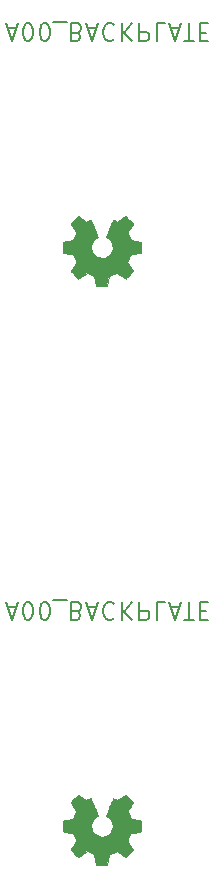
<source format=gbr>
G04 #@! TF.GenerationSoftware,KiCad,Pcbnew,5.1.5-52549c5~86~ubuntu18.04.1*
G04 #@! TF.CreationDate,2020-08-18T13:47:54-05:00*
G04 #@! TF.ProjectId,,58585858-5858-4585-9858-585858585858,rev?*
G04 #@! TF.SameCoordinates,Original*
G04 #@! TF.FileFunction,Legend,Bot*
G04 #@! TF.FilePolarity,Positive*
%FSLAX46Y46*%
G04 Gerber Fmt 4.6, Leading zero omitted, Abs format (unit mm)*
G04 Created by KiCad (PCBNEW 5.1.5-52549c5~86~ubuntu18.04.1) date 2020-08-18 13:47:54*
%MOMM*%
%LPD*%
G04 APERTURE LIST*
%ADD10C,0.150000*%
%ADD11C,0.010000*%
G04 APERTURE END LIST*
D10*
X121344800Y-80296800D02*
X122059085Y-80296800D01*
X121201942Y-79868228D02*
X121701942Y-81368228D01*
X122201942Y-79868228D01*
X122987657Y-81368228D02*
X123130514Y-81368228D01*
X123273371Y-81296800D01*
X123344800Y-81225371D01*
X123416228Y-81082514D01*
X123487657Y-80796800D01*
X123487657Y-80439657D01*
X123416228Y-80153942D01*
X123344800Y-80011085D01*
X123273371Y-79939657D01*
X123130514Y-79868228D01*
X122987657Y-79868228D01*
X122844800Y-79939657D01*
X122773371Y-80011085D01*
X122701942Y-80153942D01*
X122630514Y-80439657D01*
X122630514Y-80796800D01*
X122701942Y-81082514D01*
X122773371Y-81225371D01*
X122844800Y-81296800D01*
X122987657Y-81368228D01*
X124416228Y-81368228D02*
X124559085Y-81368228D01*
X124701942Y-81296800D01*
X124773371Y-81225371D01*
X124844800Y-81082514D01*
X124916228Y-80796800D01*
X124916228Y-80439657D01*
X124844800Y-80153942D01*
X124773371Y-80011085D01*
X124701942Y-79939657D01*
X124559085Y-79868228D01*
X124416228Y-79868228D01*
X124273371Y-79939657D01*
X124201942Y-80011085D01*
X124130514Y-80153942D01*
X124059085Y-80439657D01*
X124059085Y-80796800D01*
X124130514Y-81082514D01*
X124201942Y-81225371D01*
X124273371Y-81296800D01*
X124416228Y-81368228D01*
X125201942Y-79725371D02*
X126344800Y-79725371D01*
X127201942Y-80653942D02*
X127416228Y-80582514D01*
X127487657Y-80511085D01*
X127559085Y-80368228D01*
X127559085Y-80153942D01*
X127487657Y-80011085D01*
X127416228Y-79939657D01*
X127273371Y-79868228D01*
X126701942Y-79868228D01*
X126701942Y-81368228D01*
X127201942Y-81368228D01*
X127344800Y-81296800D01*
X127416228Y-81225371D01*
X127487657Y-81082514D01*
X127487657Y-80939657D01*
X127416228Y-80796800D01*
X127344800Y-80725371D01*
X127201942Y-80653942D01*
X126701942Y-80653942D01*
X128130514Y-80296800D02*
X128844800Y-80296800D01*
X127987657Y-79868228D02*
X128487657Y-81368228D01*
X128987657Y-79868228D01*
X130344800Y-80011085D02*
X130273371Y-79939657D01*
X130059085Y-79868228D01*
X129916228Y-79868228D01*
X129701942Y-79939657D01*
X129559085Y-80082514D01*
X129487657Y-80225371D01*
X129416228Y-80511085D01*
X129416228Y-80725371D01*
X129487657Y-81011085D01*
X129559085Y-81153942D01*
X129701942Y-81296800D01*
X129916228Y-81368228D01*
X130059085Y-81368228D01*
X130273371Y-81296800D01*
X130344800Y-81225371D01*
X130987657Y-79868228D02*
X130987657Y-81368228D01*
X131844800Y-79868228D02*
X131201942Y-80725371D01*
X131844800Y-81368228D02*
X130987657Y-80511085D01*
X132487657Y-79868228D02*
X132487657Y-81368228D01*
X133059085Y-81368228D01*
X133201942Y-81296800D01*
X133273371Y-81225371D01*
X133344800Y-81082514D01*
X133344800Y-80868228D01*
X133273371Y-80725371D01*
X133201942Y-80653942D01*
X133059085Y-80582514D01*
X132487657Y-80582514D01*
X134701942Y-79868228D02*
X133987657Y-79868228D01*
X133987657Y-81368228D01*
X135130514Y-80296800D02*
X135844800Y-80296800D01*
X134987657Y-79868228D02*
X135487657Y-81368228D01*
X135987657Y-79868228D01*
X136273371Y-81368228D02*
X137130514Y-81368228D01*
X136701942Y-79868228D02*
X136701942Y-81368228D01*
X137630514Y-80653942D02*
X138130514Y-80653942D01*
X138344800Y-79868228D02*
X137630514Y-79868228D01*
X137630514Y-81368228D01*
X138344800Y-81368228D01*
X121344800Y-31296800D02*
X122059085Y-31296800D01*
X121201942Y-30868228D02*
X121701942Y-32368228D01*
X122201942Y-30868228D01*
X122987657Y-32368228D02*
X123130514Y-32368228D01*
X123273371Y-32296800D01*
X123344800Y-32225371D01*
X123416228Y-32082514D01*
X123487657Y-31796800D01*
X123487657Y-31439657D01*
X123416228Y-31153942D01*
X123344800Y-31011085D01*
X123273371Y-30939657D01*
X123130514Y-30868228D01*
X122987657Y-30868228D01*
X122844800Y-30939657D01*
X122773371Y-31011085D01*
X122701942Y-31153942D01*
X122630514Y-31439657D01*
X122630514Y-31796800D01*
X122701942Y-32082514D01*
X122773371Y-32225371D01*
X122844800Y-32296800D01*
X122987657Y-32368228D01*
X124416228Y-32368228D02*
X124559085Y-32368228D01*
X124701942Y-32296800D01*
X124773371Y-32225371D01*
X124844800Y-32082514D01*
X124916228Y-31796800D01*
X124916228Y-31439657D01*
X124844800Y-31153942D01*
X124773371Y-31011085D01*
X124701942Y-30939657D01*
X124559085Y-30868228D01*
X124416228Y-30868228D01*
X124273371Y-30939657D01*
X124201942Y-31011085D01*
X124130514Y-31153942D01*
X124059085Y-31439657D01*
X124059085Y-31796800D01*
X124130514Y-32082514D01*
X124201942Y-32225371D01*
X124273371Y-32296800D01*
X124416228Y-32368228D01*
X125201942Y-30725371D02*
X126344800Y-30725371D01*
X127201942Y-31653942D02*
X127416228Y-31582514D01*
X127487657Y-31511085D01*
X127559085Y-31368228D01*
X127559085Y-31153942D01*
X127487657Y-31011085D01*
X127416228Y-30939657D01*
X127273371Y-30868228D01*
X126701942Y-30868228D01*
X126701942Y-32368228D01*
X127201942Y-32368228D01*
X127344800Y-32296800D01*
X127416228Y-32225371D01*
X127487657Y-32082514D01*
X127487657Y-31939657D01*
X127416228Y-31796800D01*
X127344800Y-31725371D01*
X127201942Y-31653942D01*
X126701942Y-31653942D01*
X128130514Y-31296800D02*
X128844800Y-31296800D01*
X127987657Y-30868228D02*
X128487657Y-32368228D01*
X128987657Y-30868228D01*
X130344800Y-31011085D02*
X130273371Y-30939657D01*
X130059085Y-30868228D01*
X129916228Y-30868228D01*
X129701942Y-30939657D01*
X129559085Y-31082514D01*
X129487657Y-31225371D01*
X129416228Y-31511085D01*
X129416228Y-31725371D01*
X129487657Y-32011085D01*
X129559085Y-32153942D01*
X129701942Y-32296800D01*
X129916228Y-32368228D01*
X130059085Y-32368228D01*
X130273371Y-32296800D01*
X130344800Y-32225371D01*
X130987657Y-30868228D02*
X130987657Y-32368228D01*
X131844800Y-30868228D02*
X131201942Y-31725371D01*
X131844800Y-32368228D02*
X130987657Y-31511085D01*
X132487657Y-30868228D02*
X132487657Y-32368228D01*
X133059085Y-32368228D01*
X133201942Y-32296800D01*
X133273371Y-32225371D01*
X133344800Y-32082514D01*
X133344800Y-31868228D01*
X133273371Y-31725371D01*
X133201942Y-31653942D01*
X133059085Y-31582514D01*
X132487657Y-31582514D01*
X134701942Y-30868228D02*
X133987657Y-30868228D01*
X133987657Y-32368228D01*
X135130514Y-31296800D02*
X135844800Y-31296800D01*
X134987657Y-30868228D02*
X135487657Y-32368228D01*
X135987657Y-30868228D01*
X136273371Y-32368228D02*
X137130514Y-32368228D01*
X136701942Y-30868228D02*
X136701942Y-32368228D01*
X137630514Y-31653942D02*
X138130514Y-31653942D01*
X138344800Y-30868228D02*
X137630514Y-30868228D01*
X137630514Y-32368228D01*
X138344800Y-32368228D01*
D11*
G36*
X129867214Y-101670669D02*
G01*
X129951035Y-101226045D01*
X130260320Y-101098547D01*
X130569606Y-100971049D01*
X130940646Y-101223354D01*
X131044557Y-101293604D01*
X131138487Y-101356328D01*
X131218052Y-101408662D01*
X131278870Y-101447743D01*
X131316557Y-101470707D01*
X131326821Y-101475658D01*
X131345310Y-101462924D01*
X131384820Y-101427718D01*
X131440922Y-101374538D01*
X131509187Y-101307882D01*
X131585186Y-101232246D01*
X131664492Y-101152128D01*
X131742675Y-101072026D01*
X131815307Y-100996436D01*
X131877959Y-100929855D01*
X131926203Y-100876782D01*
X131955610Y-100841713D01*
X131962641Y-100829977D01*
X131952523Y-100808340D01*
X131924159Y-100760938D01*
X131880529Y-100692407D01*
X131824618Y-100607385D01*
X131759406Y-100510507D01*
X131721619Y-100455250D01*
X131652743Y-100354352D01*
X131591540Y-100263301D01*
X131540978Y-100186630D01*
X131504028Y-100128872D01*
X131483658Y-100094557D01*
X131480597Y-100087346D01*
X131487536Y-100066852D01*
X131506451Y-100019087D01*
X131534487Y-99950768D01*
X131568791Y-99868611D01*
X131606509Y-99779330D01*
X131644787Y-99689642D01*
X131680770Y-99606262D01*
X131711606Y-99535906D01*
X131734439Y-99485290D01*
X131746417Y-99461129D01*
X131747124Y-99460178D01*
X131765931Y-99455564D01*
X131816018Y-99445272D01*
X131892193Y-99430313D01*
X131989265Y-99411699D01*
X132102043Y-99390441D01*
X132167842Y-99378182D01*
X132288350Y-99355238D01*
X132397197Y-99333405D01*
X132488876Y-99313878D01*
X132557881Y-99297852D01*
X132598704Y-99286521D01*
X132606911Y-99282926D01*
X132614948Y-99258594D01*
X132621433Y-99203641D01*
X132626370Y-99124492D01*
X132629764Y-99027574D01*
X132631618Y-98919313D01*
X132631938Y-98806135D01*
X132630727Y-98694465D01*
X132627990Y-98590732D01*
X132623731Y-98501359D01*
X132617955Y-98432774D01*
X132610667Y-98391403D01*
X132606295Y-98382790D01*
X132580164Y-98372467D01*
X132524793Y-98357708D01*
X132447507Y-98340248D01*
X132355630Y-98321820D01*
X132323558Y-98315859D01*
X132168924Y-98287534D01*
X132046775Y-98264724D01*
X131953073Y-98246520D01*
X131883784Y-98232017D01*
X131834871Y-98220308D01*
X131802297Y-98210485D01*
X131782028Y-98201644D01*
X131770026Y-98192876D01*
X131768347Y-98191143D01*
X131751584Y-98163229D01*
X131726014Y-98108905D01*
X131694188Y-98034823D01*
X131658660Y-97947635D01*
X131621983Y-97853992D01*
X131586711Y-97760548D01*
X131555396Y-97673953D01*
X131530593Y-97600860D01*
X131514854Y-97547922D01*
X131510732Y-97521789D01*
X131511076Y-97520874D01*
X131525041Y-97499514D01*
X131556722Y-97452516D01*
X131602791Y-97384773D01*
X131659918Y-97301177D01*
X131724773Y-97206618D01*
X131743243Y-97179746D01*
X131809099Y-97082325D01*
X131867050Y-96993437D01*
X131913938Y-96918188D01*
X131946607Y-96861680D01*
X131961900Y-96829019D01*
X131962641Y-96825007D01*
X131949792Y-96803916D01*
X131914288Y-96762136D01*
X131860693Y-96704155D01*
X131793571Y-96634465D01*
X131717487Y-96557555D01*
X131637004Y-96477917D01*
X131556687Y-96400039D01*
X131481099Y-96328414D01*
X131414805Y-96267530D01*
X131362369Y-96221879D01*
X131328355Y-96195950D01*
X131318945Y-96191717D01*
X131297043Y-96201688D01*
X131252200Y-96228580D01*
X131191721Y-96267864D01*
X131145189Y-96299483D01*
X131060875Y-96357502D01*
X130961026Y-96425816D01*
X130860873Y-96494021D01*
X130807027Y-96530525D01*
X130624771Y-96653800D01*
X130471781Y-96571080D01*
X130402082Y-96534841D01*
X130342814Y-96506674D01*
X130302711Y-96490609D01*
X130292503Y-96488374D01*
X130280229Y-96504878D01*
X130256013Y-96551518D01*
X130221663Y-96623991D01*
X130178988Y-96717994D01*
X130129794Y-96829226D01*
X130075890Y-96953385D01*
X130019084Y-97086168D01*
X129961182Y-97223273D01*
X129903993Y-97360398D01*
X129849324Y-97493242D01*
X129798984Y-97617502D01*
X129754780Y-97728875D01*
X129718519Y-97823061D01*
X129692009Y-97895756D01*
X129677058Y-97942659D01*
X129674654Y-97958767D01*
X129693711Y-97979314D01*
X129735436Y-98012667D01*
X129791106Y-98051898D01*
X129795778Y-98055001D01*
X129939664Y-98170177D01*
X130055683Y-98304547D01*
X130142830Y-98453816D01*
X130200099Y-98613687D01*
X130226486Y-98779863D01*
X130220985Y-98948048D01*
X130182590Y-99113945D01*
X130110295Y-99273258D01*
X130089026Y-99308113D01*
X129978396Y-99448863D01*
X129847702Y-99561886D01*
X129701464Y-99646597D01*
X129544208Y-99702406D01*
X129380457Y-99728726D01*
X129214733Y-99724970D01*
X129051562Y-99690550D01*
X128895465Y-99624877D01*
X128750967Y-99527365D01*
X128706269Y-99487787D01*
X128592512Y-99363897D01*
X128509618Y-99233476D01*
X128452756Y-99087285D01*
X128421087Y-98942512D01*
X128413269Y-98779740D01*
X128439338Y-98616160D01*
X128496645Y-98457302D01*
X128582544Y-98308694D01*
X128694386Y-98175865D01*
X128829523Y-98064344D01*
X128847283Y-98052589D01*
X128903550Y-98014092D01*
X128946323Y-97980737D01*
X128966772Y-97959440D01*
X128967069Y-97958767D01*
X128962679Y-97935729D01*
X128945276Y-97883443D01*
X128916668Y-97806210D01*
X128878665Y-97708332D01*
X128833074Y-97594109D01*
X128781703Y-97467842D01*
X128726362Y-97333833D01*
X128668858Y-97196382D01*
X128611001Y-97059792D01*
X128554598Y-96928363D01*
X128501458Y-96806395D01*
X128453390Y-96698191D01*
X128412201Y-96608051D01*
X128379701Y-96540277D01*
X128357697Y-96499170D01*
X128348836Y-96488374D01*
X128321760Y-96496781D01*
X128271097Y-96519328D01*
X128205583Y-96551987D01*
X128169559Y-96571080D01*
X128016568Y-96653800D01*
X127834312Y-96530525D01*
X127741275Y-96467372D01*
X127639415Y-96397873D01*
X127543962Y-96332435D01*
X127496150Y-96299483D01*
X127428905Y-96254327D01*
X127371964Y-96218543D01*
X127332754Y-96196662D01*
X127320019Y-96192037D01*
X127301483Y-96204515D01*
X127260459Y-96239348D01*
X127200925Y-96292922D01*
X127126858Y-96361617D01*
X127042235Y-96441819D01*
X126988715Y-96493314D01*
X126895081Y-96585314D01*
X126814159Y-96667601D01*
X126749223Y-96736655D01*
X126703542Y-96788956D01*
X126680389Y-96820984D01*
X126678168Y-96827484D01*
X126688476Y-96852206D01*
X126716961Y-96902195D01*
X126760463Y-96972388D01*
X126815823Y-97057725D01*
X126879880Y-97153144D01*
X126898097Y-97179746D01*
X126964473Y-97276433D01*
X127024022Y-97363483D01*
X127073416Y-97436005D01*
X127109325Y-97489107D01*
X127128419Y-97517897D01*
X127130264Y-97520874D01*
X127127505Y-97543818D01*
X127112862Y-97594264D01*
X127088887Y-97665559D01*
X127058134Y-97751053D01*
X127023156Y-97844093D01*
X126986507Y-97938026D01*
X126950739Y-98026201D01*
X126918406Y-98101966D01*
X126892062Y-98158669D01*
X126874258Y-98189657D01*
X126872993Y-98191143D01*
X126862106Y-98199999D01*
X126843718Y-98208757D01*
X126813794Y-98218323D01*
X126768297Y-98229604D01*
X126703191Y-98243507D01*
X126614439Y-98260937D01*
X126498007Y-98282802D01*
X126349858Y-98310009D01*
X126317782Y-98315859D01*
X126222714Y-98334226D01*
X126139835Y-98352195D01*
X126076470Y-98368031D01*
X126039942Y-98380000D01*
X126035044Y-98382790D01*
X126026973Y-98407528D01*
X126020413Y-98462810D01*
X126015367Y-98542211D01*
X126011841Y-98639304D01*
X126009839Y-98747662D01*
X126009364Y-98860860D01*
X126010423Y-98972472D01*
X126013018Y-99076071D01*
X126017154Y-99165232D01*
X126022837Y-99233528D01*
X126030069Y-99274534D01*
X126034429Y-99282926D01*
X126058702Y-99291392D01*
X126113974Y-99305165D01*
X126194738Y-99323050D01*
X126295488Y-99343852D01*
X126410717Y-99366377D01*
X126473498Y-99378182D01*
X126592613Y-99400449D01*
X126698835Y-99420621D01*
X126786973Y-99437685D01*
X126851834Y-99450631D01*
X126888226Y-99458445D01*
X126894216Y-99460178D01*
X126904339Y-99479710D01*
X126925738Y-99526757D01*
X126955561Y-99594597D01*
X126990955Y-99676509D01*
X127029068Y-99765772D01*
X127067047Y-99855665D01*
X127102040Y-99939465D01*
X127131194Y-100010453D01*
X127151657Y-100061906D01*
X127160577Y-100087103D01*
X127160743Y-100088204D01*
X127150631Y-100108081D01*
X127122283Y-100153823D01*
X127078677Y-100220883D01*
X127022794Y-100304716D01*
X126957613Y-100400774D01*
X126919721Y-100455950D01*
X126850675Y-100557119D01*
X126789350Y-100648970D01*
X126738737Y-100726856D01*
X126701829Y-100786131D01*
X126681618Y-100822149D01*
X126678699Y-100830223D01*
X126691247Y-100849016D01*
X126725937Y-100889143D01*
X126778337Y-100946107D01*
X126844016Y-101015415D01*
X126918544Y-101092569D01*
X126997487Y-101173075D01*
X127076417Y-101252437D01*
X127150900Y-101326160D01*
X127216506Y-101389748D01*
X127268804Y-101438706D01*
X127303361Y-101468539D01*
X127314922Y-101475658D01*
X127333746Y-101465647D01*
X127378769Y-101437522D01*
X127445613Y-101394146D01*
X127529901Y-101338382D01*
X127627256Y-101273094D01*
X127700693Y-101223354D01*
X128071733Y-100971049D01*
X128690305Y-101226045D01*
X128774125Y-101670669D01*
X128857946Y-102115293D01*
X129783394Y-102115293D01*
X129867214Y-101670669D01*
G37*
X129867214Y-101670669D02*
X129951035Y-101226045D01*
X130260320Y-101098547D01*
X130569606Y-100971049D01*
X130940646Y-101223354D01*
X131044557Y-101293604D01*
X131138487Y-101356328D01*
X131218052Y-101408662D01*
X131278870Y-101447743D01*
X131316557Y-101470707D01*
X131326821Y-101475658D01*
X131345310Y-101462924D01*
X131384820Y-101427718D01*
X131440922Y-101374538D01*
X131509187Y-101307882D01*
X131585186Y-101232246D01*
X131664492Y-101152128D01*
X131742675Y-101072026D01*
X131815307Y-100996436D01*
X131877959Y-100929855D01*
X131926203Y-100876782D01*
X131955610Y-100841713D01*
X131962641Y-100829977D01*
X131952523Y-100808340D01*
X131924159Y-100760938D01*
X131880529Y-100692407D01*
X131824618Y-100607385D01*
X131759406Y-100510507D01*
X131721619Y-100455250D01*
X131652743Y-100354352D01*
X131591540Y-100263301D01*
X131540978Y-100186630D01*
X131504028Y-100128872D01*
X131483658Y-100094557D01*
X131480597Y-100087346D01*
X131487536Y-100066852D01*
X131506451Y-100019087D01*
X131534487Y-99950768D01*
X131568791Y-99868611D01*
X131606509Y-99779330D01*
X131644787Y-99689642D01*
X131680770Y-99606262D01*
X131711606Y-99535906D01*
X131734439Y-99485290D01*
X131746417Y-99461129D01*
X131747124Y-99460178D01*
X131765931Y-99455564D01*
X131816018Y-99445272D01*
X131892193Y-99430313D01*
X131989265Y-99411699D01*
X132102043Y-99390441D01*
X132167842Y-99378182D01*
X132288350Y-99355238D01*
X132397197Y-99333405D01*
X132488876Y-99313878D01*
X132557881Y-99297852D01*
X132598704Y-99286521D01*
X132606911Y-99282926D01*
X132614948Y-99258594D01*
X132621433Y-99203641D01*
X132626370Y-99124492D01*
X132629764Y-99027574D01*
X132631618Y-98919313D01*
X132631938Y-98806135D01*
X132630727Y-98694465D01*
X132627990Y-98590732D01*
X132623731Y-98501359D01*
X132617955Y-98432774D01*
X132610667Y-98391403D01*
X132606295Y-98382790D01*
X132580164Y-98372467D01*
X132524793Y-98357708D01*
X132447507Y-98340248D01*
X132355630Y-98321820D01*
X132323558Y-98315859D01*
X132168924Y-98287534D01*
X132046775Y-98264724D01*
X131953073Y-98246520D01*
X131883784Y-98232017D01*
X131834871Y-98220308D01*
X131802297Y-98210485D01*
X131782028Y-98201644D01*
X131770026Y-98192876D01*
X131768347Y-98191143D01*
X131751584Y-98163229D01*
X131726014Y-98108905D01*
X131694188Y-98034823D01*
X131658660Y-97947635D01*
X131621983Y-97853992D01*
X131586711Y-97760548D01*
X131555396Y-97673953D01*
X131530593Y-97600860D01*
X131514854Y-97547922D01*
X131510732Y-97521789D01*
X131511076Y-97520874D01*
X131525041Y-97499514D01*
X131556722Y-97452516D01*
X131602791Y-97384773D01*
X131659918Y-97301177D01*
X131724773Y-97206618D01*
X131743243Y-97179746D01*
X131809099Y-97082325D01*
X131867050Y-96993437D01*
X131913938Y-96918188D01*
X131946607Y-96861680D01*
X131961900Y-96829019D01*
X131962641Y-96825007D01*
X131949792Y-96803916D01*
X131914288Y-96762136D01*
X131860693Y-96704155D01*
X131793571Y-96634465D01*
X131717487Y-96557555D01*
X131637004Y-96477917D01*
X131556687Y-96400039D01*
X131481099Y-96328414D01*
X131414805Y-96267530D01*
X131362369Y-96221879D01*
X131328355Y-96195950D01*
X131318945Y-96191717D01*
X131297043Y-96201688D01*
X131252200Y-96228580D01*
X131191721Y-96267864D01*
X131145189Y-96299483D01*
X131060875Y-96357502D01*
X130961026Y-96425816D01*
X130860873Y-96494021D01*
X130807027Y-96530525D01*
X130624771Y-96653800D01*
X130471781Y-96571080D01*
X130402082Y-96534841D01*
X130342814Y-96506674D01*
X130302711Y-96490609D01*
X130292503Y-96488374D01*
X130280229Y-96504878D01*
X130256013Y-96551518D01*
X130221663Y-96623991D01*
X130178988Y-96717994D01*
X130129794Y-96829226D01*
X130075890Y-96953385D01*
X130019084Y-97086168D01*
X129961182Y-97223273D01*
X129903993Y-97360398D01*
X129849324Y-97493242D01*
X129798984Y-97617502D01*
X129754780Y-97728875D01*
X129718519Y-97823061D01*
X129692009Y-97895756D01*
X129677058Y-97942659D01*
X129674654Y-97958767D01*
X129693711Y-97979314D01*
X129735436Y-98012667D01*
X129791106Y-98051898D01*
X129795778Y-98055001D01*
X129939664Y-98170177D01*
X130055683Y-98304547D01*
X130142830Y-98453816D01*
X130200099Y-98613687D01*
X130226486Y-98779863D01*
X130220985Y-98948048D01*
X130182590Y-99113945D01*
X130110295Y-99273258D01*
X130089026Y-99308113D01*
X129978396Y-99448863D01*
X129847702Y-99561886D01*
X129701464Y-99646597D01*
X129544208Y-99702406D01*
X129380457Y-99728726D01*
X129214733Y-99724970D01*
X129051562Y-99690550D01*
X128895465Y-99624877D01*
X128750967Y-99527365D01*
X128706269Y-99487787D01*
X128592512Y-99363897D01*
X128509618Y-99233476D01*
X128452756Y-99087285D01*
X128421087Y-98942512D01*
X128413269Y-98779740D01*
X128439338Y-98616160D01*
X128496645Y-98457302D01*
X128582544Y-98308694D01*
X128694386Y-98175865D01*
X128829523Y-98064344D01*
X128847283Y-98052589D01*
X128903550Y-98014092D01*
X128946323Y-97980737D01*
X128966772Y-97959440D01*
X128967069Y-97958767D01*
X128962679Y-97935729D01*
X128945276Y-97883443D01*
X128916668Y-97806210D01*
X128878665Y-97708332D01*
X128833074Y-97594109D01*
X128781703Y-97467842D01*
X128726362Y-97333833D01*
X128668858Y-97196382D01*
X128611001Y-97059792D01*
X128554598Y-96928363D01*
X128501458Y-96806395D01*
X128453390Y-96698191D01*
X128412201Y-96608051D01*
X128379701Y-96540277D01*
X128357697Y-96499170D01*
X128348836Y-96488374D01*
X128321760Y-96496781D01*
X128271097Y-96519328D01*
X128205583Y-96551987D01*
X128169559Y-96571080D01*
X128016568Y-96653800D01*
X127834312Y-96530525D01*
X127741275Y-96467372D01*
X127639415Y-96397873D01*
X127543962Y-96332435D01*
X127496150Y-96299483D01*
X127428905Y-96254327D01*
X127371964Y-96218543D01*
X127332754Y-96196662D01*
X127320019Y-96192037D01*
X127301483Y-96204515D01*
X127260459Y-96239348D01*
X127200925Y-96292922D01*
X127126858Y-96361617D01*
X127042235Y-96441819D01*
X126988715Y-96493314D01*
X126895081Y-96585314D01*
X126814159Y-96667601D01*
X126749223Y-96736655D01*
X126703542Y-96788956D01*
X126680389Y-96820984D01*
X126678168Y-96827484D01*
X126688476Y-96852206D01*
X126716961Y-96902195D01*
X126760463Y-96972388D01*
X126815823Y-97057725D01*
X126879880Y-97153144D01*
X126898097Y-97179746D01*
X126964473Y-97276433D01*
X127024022Y-97363483D01*
X127073416Y-97436005D01*
X127109325Y-97489107D01*
X127128419Y-97517897D01*
X127130264Y-97520874D01*
X127127505Y-97543818D01*
X127112862Y-97594264D01*
X127088887Y-97665559D01*
X127058134Y-97751053D01*
X127023156Y-97844093D01*
X126986507Y-97938026D01*
X126950739Y-98026201D01*
X126918406Y-98101966D01*
X126892062Y-98158669D01*
X126874258Y-98189657D01*
X126872993Y-98191143D01*
X126862106Y-98199999D01*
X126843718Y-98208757D01*
X126813794Y-98218323D01*
X126768297Y-98229604D01*
X126703191Y-98243507D01*
X126614439Y-98260937D01*
X126498007Y-98282802D01*
X126349858Y-98310009D01*
X126317782Y-98315859D01*
X126222714Y-98334226D01*
X126139835Y-98352195D01*
X126076470Y-98368031D01*
X126039942Y-98380000D01*
X126035044Y-98382790D01*
X126026973Y-98407528D01*
X126020413Y-98462810D01*
X126015367Y-98542211D01*
X126011841Y-98639304D01*
X126009839Y-98747662D01*
X126009364Y-98860860D01*
X126010423Y-98972472D01*
X126013018Y-99076071D01*
X126017154Y-99165232D01*
X126022837Y-99233528D01*
X126030069Y-99274534D01*
X126034429Y-99282926D01*
X126058702Y-99291392D01*
X126113974Y-99305165D01*
X126194738Y-99323050D01*
X126295488Y-99343852D01*
X126410717Y-99366377D01*
X126473498Y-99378182D01*
X126592613Y-99400449D01*
X126698835Y-99420621D01*
X126786973Y-99437685D01*
X126851834Y-99450631D01*
X126888226Y-99458445D01*
X126894216Y-99460178D01*
X126904339Y-99479710D01*
X126925738Y-99526757D01*
X126955561Y-99594597D01*
X126990955Y-99676509D01*
X127029068Y-99765772D01*
X127067047Y-99855665D01*
X127102040Y-99939465D01*
X127131194Y-100010453D01*
X127151657Y-100061906D01*
X127160577Y-100087103D01*
X127160743Y-100088204D01*
X127150631Y-100108081D01*
X127122283Y-100153823D01*
X127078677Y-100220883D01*
X127022794Y-100304716D01*
X126957613Y-100400774D01*
X126919721Y-100455950D01*
X126850675Y-100557119D01*
X126789350Y-100648970D01*
X126738737Y-100726856D01*
X126701829Y-100786131D01*
X126681618Y-100822149D01*
X126678699Y-100830223D01*
X126691247Y-100849016D01*
X126725937Y-100889143D01*
X126778337Y-100946107D01*
X126844016Y-101015415D01*
X126918544Y-101092569D01*
X126997487Y-101173075D01*
X127076417Y-101252437D01*
X127150900Y-101326160D01*
X127216506Y-101389748D01*
X127268804Y-101438706D01*
X127303361Y-101468539D01*
X127314922Y-101475658D01*
X127333746Y-101465647D01*
X127378769Y-101437522D01*
X127445613Y-101394146D01*
X127529901Y-101338382D01*
X127627256Y-101273094D01*
X127700693Y-101223354D01*
X128071733Y-100971049D01*
X128690305Y-101226045D01*
X128774125Y-101670669D01*
X128857946Y-102115293D01*
X129783394Y-102115293D01*
X129867214Y-101670669D01*
G36*
X129867214Y-52670669D02*
G01*
X129951035Y-52226045D01*
X130260320Y-52098547D01*
X130569606Y-51971049D01*
X130940646Y-52223354D01*
X131044557Y-52293604D01*
X131138487Y-52356328D01*
X131218052Y-52408662D01*
X131278870Y-52447743D01*
X131316557Y-52470707D01*
X131326821Y-52475658D01*
X131345310Y-52462924D01*
X131384820Y-52427718D01*
X131440922Y-52374538D01*
X131509187Y-52307882D01*
X131585186Y-52232246D01*
X131664492Y-52152128D01*
X131742675Y-52072026D01*
X131815307Y-51996436D01*
X131877959Y-51929855D01*
X131926203Y-51876782D01*
X131955610Y-51841713D01*
X131962641Y-51829977D01*
X131952523Y-51808340D01*
X131924159Y-51760938D01*
X131880529Y-51692407D01*
X131824618Y-51607385D01*
X131759406Y-51510507D01*
X131721619Y-51455250D01*
X131652743Y-51354352D01*
X131591540Y-51263301D01*
X131540978Y-51186630D01*
X131504028Y-51128872D01*
X131483658Y-51094557D01*
X131480597Y-51087346D01*
X131487536Y-51066852D01*
X131506451Y-51019087D01*
X131534487Y-50950768D01*
X131568791Y-50868611D01*
X131606509Y-50779330D01*
X131644787Y-50689642D01*
X131680770Y-50606262D01*
X131711606Y-50535906D01*
X131734439Y-50485290D01*
X131746417Y-50461129D01*
X131747124Y-50460178D01*
X131765931Y-50455564D01*
X131816018Y-50445272D01*
X131892193Y-50430313D01*
X131989265Y-50411699D01*
X132102043Y-50390441D01*
X132167842Y-50378182D01*
X132288350Y-50355238D01*
X132397197Y-50333405D01*
X132488876Y-50313878D01*
X132557881Y-50297852D01*
X132598704Y-50286521D01*
X132606911Y-50282926D01*
X132614948Y-50258594D01*
X132621433Y-50203641D01*
X132626370Y-50124492D01*
X132629764Y-50027574D01*
X132631618Y-49919313D01*
X132631938Y-49806135D01*
X132630727Y-49694465D01*
X132627990Y-49590732D01*
X132623731Y-49501359D01*
X132617955Y-49432774D01*
X132610667Y-49391403D01*
X132606295Y-49382790D01*
X132580164Y-49372467D01*
X132524793Y-49357708D01*
X132447507Y-49340248D01*
X132355630Y-49321820D01*
X132323558Y-49315859D01*
X132168924Y-49287534D01*
X132046775Y-49264724D01*
X131953073Y-49246520D01*
X131883784Y-49232017D01*
X131834871Y-49220308D01*
X131802297Y-49210485D01*
X131782028Y-49201644D01*
X131770026Y-49192876D01*
X131768347Y-49191143D01*
X131751584Y-49163229D01*
X131726014Y-49108905D01*
X131694188Y-49034823D01*
X131658660Y-48947635D01*
X131621983Y-48853992D01*
X131586711Y-48760548D01*
X131555396Y-48673953D01*
X131530593Y-48600860D01*
X131514854Y-48547922D01*
X131510732Y-48521789D01*
X131511076Y-48520874D01*
X131525041Y-48499514D01*
X131556722Y-48452516D01*
X131602791Y-48384773D01*
X131659918Y-48301177D01*
X131724773Y-48206618D01*
X131743243Y-48179746D01*
X131809099Y-48082325D01*
X131867050Y-47993437D01*
X131913938Y-47918188D01*
X131946607Y-47861680D01*
X131961900Y-47829019D01*
X131962641Y-47825007D01*
X131949792Y-47803916D01*
X131914288Y-47762136D01*
X131860693Y-47704155D01*
X131793571Y-47634465D01*
X131717487Y-47557555D01*
X131637004Y-47477917D01*
X131556687Y-47400039D01*
X131481099Y-47328414D01*
X131414805Y-47267530D01*
X131362369Y-47221879D01*
X131328355Y-47195950D01*
X131318945Y-47191717D01*
X131297043Y-47201688D01*
X131252200Y-47228580D01*
X131191721Y-47267864D01*
X131145189Y-47299483D01*
X131060875Y-47357502D01*
X130961026Y-47425816D01*
X130860873Y-47494021D01*
X130807027Y-47530525D01*
X130624771Y-47653800D01*
X130471781Y-47571080D01*
X130402082Y-47534841D01*
X130342814Y-47506674D01*
X130302711Y-47490609D01*
X130292503Y-47488374D01*
X130280229Y-47504878D01*
X130256013Y-47551518D01*
X130221663Y-47623991D01*
X130178988Y-47717994D01*
X130129794Y-47829226D01*
X130075890Y-47953385D01*
X130019084Y-48086168D01*
X129961182Y-48223273D01*
X129903993Y-48360398D01*
X129849324Y-48493242D01*
X129798984Y-48617502D01*
X129754780Y-48728875D01*
X129718519Y-48823061D01*
X129692009Y-48895756D01*
X129677058Y-48942659D01*
X129674654Y-48958767D01*
X129693711Y-48979314D01*
X129735436Y-49012667D01*
X129791106Y-49051898D01*
X129795778Y-49055001D01*
X129939664Y-49170177D01*
X130055683Y-49304547D01*
X130142830Y-49453816D01*
X130200099Y-49613687D01*
X130226486Y-49779863D01*
X130220985Y-49948048D01*
X130182590Y-50113945D01*
X130110295Y-50273258D01*
X130089026Y-50308113D01*
X129978396Y-50448863D01*
X129847702Y-50561886D01*
X129701464Y-50646597D01*
X129544208Y-50702406D01*
X129380457Y-50728726D01*
X129214733Y-50724970D01*
X129051562Y-50690550D01*
X128895465Y-50624877D01*
X128750967Y-50527365D01*
X128706269Y-50487787D01*
X128592512Y-50363897D01*
X128509618Y-50233476D01*
X128452756Y-50087285D01*
X128421087Y-49942512D01*
X128413269Y-49779740D01*
X128439338Y-49616160D01*
X128496645Y-49457302D01*
X128582544Y-49308694D01*
X128694386Y-49175865D01*
X128829523Y-49064344D01*
X128847283Y-49052589D01*
X128903550Y-49014092D01*
X128946323Y-48980737D01*
X128966772Y-48959440D01*
X128967069Y-48958767D01*
X128962679Y-48935729D01*
X128945276Y-48883443D01*
X128916668Y-48806210D01*
X128878665Y-48708332D01*
X128833074Y-48594109D01*
X128781703Y-48467842D01*
X128726362Y-48333833D01*
X128668858Y-48196382D01*
X128611001Y-48059792D01*
X128554598Y-47928363D01*
X128501458Y-47806395D01*
X128453390Y-47698191D01*
X128412201Y-47608051D01*
X128379701Y-47540277D01*
X128357697Y-47499170D01*
X128348836Y-47488374D01*
X128321760Y-47496781D01*
X128271097Y-47519328D01*
X128205583Y-47551987D01*
X128169559Y-47571080D01*
X128016568Y-47653800D01*
X127834312Y-47530525D01*
X127741275Y-47467372D01*
X127639415Y-47397873D01*
X127543962Y-47332435D01*
X127496150Y-47299483D01*
X127428905Y-47254327D01*
X127371964Y-47218543D01*
X127332754Y-47196662D01*
X127320019Y-47192037D01*
X127301483Y-47204515D01*
X127260459Y-47239348D01*
X127200925Y-47292922D01*
X127126858Y-47361617D01*
X127042235Y-47441819D01*
X126988715Y-47493314D01*
X126895081Y-47585314D01*
X126814159Y-47667601D01*
X126749223Y-47736655D01*
X126703542Y-47788956D01*
X126680389Y-47820984D01*
X126678168Y-47827484D01*
X126688476Y-47852206D01*
X126716961Y-47902195D01*
X126760463Y-47972388D01*
X126815823Y-48057725D01*
X126879880Y-48153144D01*
X126898097Y-48179746D01*
X126964473Y-48276433D01*
X127024022Y-48363483D01*
X127073416Y-48436005D01*
X127109325Y-48489107D01*
X127128419Y-48517897D01*
X127130264Y-48520874D01*
X127127505Y-48543818D01*
X127112862Y-48594264D01*
X127088887Y-48665559D01*
X127058134Y-48751053D01*
X127023156Y-48844093D01*
X126986507Y-48938026D01*
X126950739Y-49026201D01*
X126918406Y-49101966D01*
X126892062Y-49158669D01*
X126874258Y-49189657D01*
X126872993Y-49191143D01*
X126862106Y-49199999D01*
X126843718Y-49208757D01*
X126813794Y-49218323D01*
X126768297Y-49229604D01*
X126703191Y-49243507D01*
X126614439Y-49260937D01*
X126498007Y-49282802D01*
X126349858Y-49310009D01*
X126317782Y-49315859D01*
X126222714Y-49334226D01*
X126139835Y-49352195D01*
X126076470Y-49368031D01*
X126039942Y-49380000D01*
X126035044Y-49382790D01*
X126026973Y-49407528D01*
X126020413Y-49462810D01*
X126015367Y-49542211D01*
X126011841Y-49639304D01*
X126009839Y-49747662D01*
X126009364Y-49860860D01*
X126010423Y-49972472D01*
X126013018Y-50076071D01*
X126017154Y-50165232D01*
X126022837Y-50233528D01*
X126030069Y-50274534D01*
X126034429Y-50282926D01*
X126058702Y-50291392D01*
X126113974Y-50305165D01*
X126194738Y-50323050D01*
X126295488Y-50343852D01*
X126410717Y-50366377D01*
X126473498Y-50378182D01*
X126592613Y-50400449D01*
X126698835Y-50420621D01*
X126786973Y-50437685D01*
X126851834Y-50450631D01*
X126888226Y-50458445D01*
X126894216Y-50460178D01*
X126904339Y-50479710D01*
X126925738Y-50526757D01*
X126955561Y-50594597D01*
X126990955Y-50676509D01*
X127029068Y-50765772D01*
X127067047Y-50855665D01*
X127102040Y-50939465D01*
X127131194Y-51010453D01*
X127151657Y-51061906D01*
X127160577Y-51087103D01*
X127160743Y-51088204D01*
X127150631Y-51108081D01*
X127122283Y-51153823D01*
X127078677Y-51220883D01*
X127022794Y-51304716D01*
X126957613Y-51400774D01*
X126919721Y-51455950D01*
X126850675Y-51557119D01*
X126789350Y-51648970D01*
X126738737Y-51726856D01*
X126701829Y-51786131D01*
X126681618Y-51822149D01*
X126678699Y-51830223D01*
X126691247Y-51849016D01*
X126725937Y-51889143D01*
X126778337Y-51946107D01*
X126844016Y-52015415D01*
X126918544Y-52092569D01*
X126997487Y-52173075D01*
X127076417Y-52252437D01*
X127150900Y-52326160D01*
X127216506Y-52389748D01*
X127268804Y-52438706D01*
X127303361Y-52468539D01*
X127314922Y-52475658D01*
X127333746Y-52465647D01*
X127378769Y-52437522D01*
X127445613Y-52394146D01*
X127529901Y-52338382D01*
X127627256Y-52273094D01*
X127700693Y-52223354D01*
X128071733Y-51971049D01*
X128690305Y-52226045D01*
X128774125Y-52670669D01*
X128857946Y-53115293D01*
X129783394Y-53115293D01*
X129867214Y-52670669D01*
G37*
X129867214Y-52670669D02*
X129951035Y-52226045D01*
X130260320Y-52098547D01*
X130569606Y-51971049D01*
X130940646Y-52223354D01*
X131044557Y-52293604D01*
X131138487Y-52356328D01*
X131218052Y-52408662D01*
X131278870Y-52447743D01*
X131316557Y-52470707D01*
X131326821Y-52475658D01*
X131345310Y-52462924D01*
X131384820Y-52427718D01*
X131440922Y-52374538D01*
X131509187Y-52307882D01*
X131585186Y-52232246D01*
X131664492Y-52152128D01*
X131742675Y-52072026D01*
X131815307Y-51996436D01*
X131877959Y-51929855D01*
X131926203Y-51876782D01*
X131955610Y-51841713D01*
X131962641Y-51829977D01*
X131952523Y-51808340D01*
X131924159Y-51760938D01*
X131880529Y-51692407D01*
X131824618Y-51607385D01*
X131759406Y-51510507D01*
X131721619Y-51455250D01*
X131652743Y-51354352D01*
X131591540Y-51263301D01*
X131540978Y-51186630D01*
X131504028Y-51128872D01*
X131483658Y-51094557D01*
X131480597Y-51087346D01*
X131487536Y-51066852D01*
X131506451Y-51019087D01*
X131534487Y-50950768D01*
X131568791Y-50868611D01*
X131606509Y-50779330D01*
X131644787Y-50689642D01*
X131680770Y-50606262D01*
X131711606Y-50535906D01*
X131734439Y-50485290D01*
X131746417Y-50461129D01*
X131747124Y-50460178D01*
X131765931Y-50455564D01*
X131816018Y-50445272D01*
X131892193Y-50430313D01*
X131989265Y-50411699D01*
X132102043Y-50390441D01*
X132167842Y-50378182D01*
X132288350Y-50355238D01*
X132397197Y-50333405D01*
X132488876Y-50313878D01*
X132557881Y-50297852D01*
X132598704Y-50286521D01*
X132606911Y-50282926D01*
X132614948Y-50258594D01*
X132621433Y-50203641D01*
X132626370Y-50124492D01*
X132629764Y-50027574D01*
X132631618Y-49919313D01*
X132631938Y-49806135D01*
X132630727Y-49694465D01*
X132627990Y-49590732D01*
X132623731Y-49501359D01*
X132617955Y-49432774D01*
X132610667Y-49391403D01*
X132606295Y-49382790D01*
X132580164Y-49372467D01*
X132524793Y-49357708D01*
X132447507Y-49340248D01*
X132355630Y-49321820D01*
X132323558Y-49315859D01*
X132168924Y-49287534D01*
X132046775Y-49264724D01*
X131953073Y-49246520D01*
X131883784Y-49232017D01*
X131834871Y-49220308D01*
X131802297Y-49210485D01*
X131782028Y-49201644D01*
X131770026Y-49192876D01*
X131768347Y-49191143D01*
X131751584Y-49163229D01*
X131726014Y-49108905D01*
X131694188Y-49034823D01*
X131658660Y-48947635D01*
X131621983Y-48853992D01*
X131586711Y-48760548D01*
X131555396Y-48673953D01*
X131530593Y-48600860D01*
X131514854Y-48547922D01*
X131510732Y-48521789D01*
X131511076Y-48520874D01*
X131525041Y-48499514D01*
X131556722Y-48452516D01*
X131602791Y-48384773D01*
X131659918Y-48301177D01*
X131724773Y-48206618D01*
X131743243Y-48179746D01*
X131809099Y-48082325D01*
X131867050Y-47993437D01*
X131913938Y-47918188D01*
X131946607Y-47861680D01*
X131961900Y-47829019D01*
X131962641Y-47825007D01*
X131949792Y-47803916D01*
X131914288Y-47762136D01*
X131860693Y-47704155D01*
X131793571Y-47634465D01*
X131717487Y-47557555D01*
X131637004Y-47477917D01*
X131556687Y-47400039D01*
X131481099Y-47328414D01*
X131414805Y-47267530D01*
X131362369Y-47221879D01*
X131328355Y-47195950D01*
X131318945Y-47191717D01*
X131297043Y-47201688D01*
X131252200Y-47228580D01*
X131191721Y-47267864D01*
X131145189Y-47299483D01*
X131060875Y-47357502D01*
X130961026Y-47425816D01*
X130860873Y-47494021D01*
X130807027Y-47530525D01*
X130624771Y-47653800D01*
X130471781Y-47571080D01*
X130402082Y-47534841D01*
X130342814Y-47506674D01*
X130302711Y-47490609D01*
X130292503Y-47488374D01*
X130280229Y-47504878D01*
X130256013Y-47551518D01*
X130221663Y-47623991D01*
X130178988Y-47717994D01*
X130129794Y-47829226D01*
X130075890Y-47953385D01*
X130019084Y-48086168D01*
X129961182Y-48223273D01*
X129903993Y-48360398D01*
X129849324Y-48493242D01*
X129798984Y-48617502D01*
X129754780Y-48728875D01*
X129718519Y-48823061D01*
X129692009Y-48895756D01*
X129677058Y-48942659D01*
X129674654Y-48958767D01*
X129693711Y-48979314D01*
X129735436Y-49012667D01*
X129791106Y-49051898D01*
X129795778Y-49055001D01*
X129939664Y-49170177D01*
X130055683Y-49304547D01*
X130142830Y-49453816D01*
X130200099Y-49613687D01*
X130226486Y-49779863D01*
X130220985Y-49948048D01*
X130182590Y-50113945D01*
X130110295Y-50273258D01*
X130089026Y-50308113D01*
X129978396Y-50448863D01*
X129847702Y-50561886D01*
X129701464Y-50646597D01*
X129544208Y-50702406D01*
X129380457Y-50728726D01*
X129214733Y-50724970D01*
X129051562Y-50690550D01*
X128895465Y-50624877D01*
X128750967Y-50527365D01*
X128706269Y-50487787D01*
X128592512Y-50363897D01*
X128509618Y-50233476D01*
X128452756Y-50087285D01*
X128421087Y-49942512D01*
X128413269Y-49779740D01*
X128439338Y-49616160D01*
X128496645Y-49457302D01*
X128582544Y-49308694D01*
X128694386Y-49175865D01*
X128829523Y-49064344D01*
X128847283Y-49052589D01*
X128903550Y-49014092D01*
X128946323Y-48980737D01*
X128966772Y-48959440D01*
X128967069Y-48958767D01*
X128962679Y-48935729D01*
X128945276Y-48883443D01*
X128916668Y-48806210D01*
X128878665Y-48708332D01*
X128833074Y-48594109D01*
X128781703Y-48467842D01*
X128726362Y-48333833D01*
X128668858Y-48196382D01*
X128611001Y-48059792D01*
X128554598Y-47928363D01*
X128501458Y-47806395D01*
X128453390Y-47698191D01*
X128412201Y-47608051D01*
X128379701Y-47540277D01*
X128357697Y-47499170D01*
X128348836Y-47488374D01*
X128321760Y-47496781D01*
X128271097Y-47519328D01*
X128205583Y-47551987D01*
X128169559Y-47571080D01*
X128016568Y-47653800D01*
X127834312Y-47530525D01*
X127741275Y-47467372D01*
X127639415Y-47397873D01*
X127543962Y-47332435D01*
X127496150Y-47299483D01*
X127428905Y-47254327D01*
X127371964Y-47218543D01*
X127332754Y-47196662D01*
X127320019Y-47192037D01*
X127301483Y-47204515D01*
X127260459Y-47239348D01*
X127200925Y-47292922D01*
X127126858Y-47361617D01*
X127042235Y-47441819D01*
X126988715Y-47493314D01*
X126895081Y-47585314D01*
X126814159Y-47667601D01*
X126749223Y-47736655D01*
X126703542Y-47788956D01*
X126680389Y-47820984D01*
X126678168Y-47827484D01*
X126688476Y-47852206D01*
X126716961Y-47902195D01*
X126760463Y-47972388D01*
X126815823Y-48057725D01*
X126879880Y-48153144D01*
X126898097Y-48179746D01*
X126964473Y-48276433D01*
X127024022Y-48363483D01*
X127073416Y-48436005D01*
X127109325Y-48489107D01*
X127128419Y-48517897D01*
X127130264Y-48520874D01*
X127127505Y-48543818D01*
X127112862Y-48594264D01*
X127088887Y-48665559D01*
X127058134Y-48751053D01*
X127023156Y-48844093D01*
X126986507Y-48938026D01*
X126950739Y-49026201D01*
X126918406Y-49101966D01*
X126892062Y-49158669D01*
X126874258Y-49189657D01*
X126872993Y-49191143D01*
X126862106Y-49199999D01*
X126843718Y-49208757D01*
X126813794Y-49218323D01*
X126768297Y-49229604D01*
X126703191Y-49243507D01*
X126614439Y-49260937D01*
X126498007Y-49282802D01*
X126349858Y-49310009D01*
X126317782Y-49315859D01*
X126222714Y-49334226D01*
X126139835Y-49352195D01*
X126076470Y-49368031D01*
X126039942Y-49380000D01*
X126035044Y-49382790D01*
X126026973Y-49407528D01*
X126020413Y-49462810D01*
X126015367Y-49542211D01*
X126011841Y-49639304D01*
X126009839Y-49747662D01*
X126009364Y-49860860D01*
X126010423Y-49972472D01*
X126013018Y-50076071D01*
X126017154Y-50165232D01*
X126022837Y-50233528D01*
X126030069Y-50274534D01*
X126034429Y-50282926D01*
X126058702Y-50291392D01*
X126113974Y-50305165D01*
X126194738Y-50323050D01*
X126295488Y-50343852D01*
X126410717Y-50366377D01*
X126473498Y-50378182D01*
X126592613Y-50400449D01*
X126698835Y-50420621D01*
X126786973Y-50437685D01*
X126851834Y-50450631D01*
X126888226Y-50458445D01*
X126894216Y-50460178D01*
X126904339Y-50479710D01*
X126925738Y-50526757D01*
X126955561Y-50594597D01*
X126990955Y-50676509D01*
X127029068Y-50765772D01*
X127067047Y-50855665D01*
X127102040Y-50939465D01*
X127131194Y-51010453D01*
X127151657Y-51061906D01*
X127160577Y-51087103D01*
X127160743Y-51088204D01*
X127150631Y-51108081D01*
X127122283Y-51153823D01*
X127078677Y-51220883D01*
X127022794Y-51304716D01*
X126957613Y-51400774D01*
X126919721Y-51455950D01*
X126850675Y-51557119D01*
X126789350Y-51648970D01*
X126738737Y-51726856D01*
X126701829Y-51786131D01*
X126681618Y-51822149D01*
X126678699Y-51830223D01*
X126691247Y-51849016D01*
X126725937Y-51889143D01*
X126778337Y-51946107D01*
X126844016Y-52015415D01*
X126918544Y-52092569D01*
X126997487Y-52173075D01*
X127076417Y-52252437D01*
X127150900Y-52326160D01*
X127216506Y-52389748D01*
X127268804Y-52438706D01*
X127303361Y-52468539D01*
X127314922Y-52475658D01*
X127333746Y-52465647D01*
X127378769Y-52437522D01*
X127445613Y-52394146D01*
X127529901Y-52338382D01*
X127627256Y-52273094D01*
X127700693Y-52223354D01*
X128071733Y-51971049D01*
X128690305Y-52226045D01*
X128774125Y-52670669D01*
X128857946Y-53115293D01*
X129783394Y-53115293D01*
X129867214Y-52670669D01*
M02*

</source>
